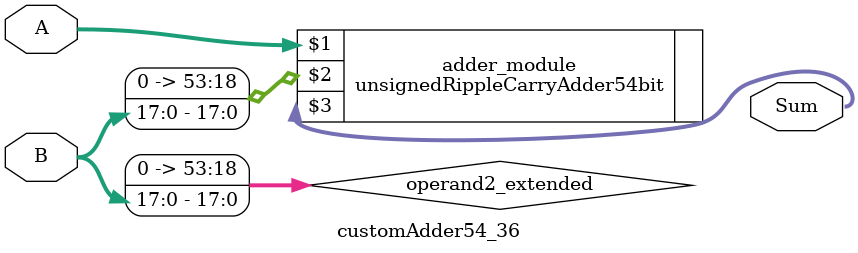
<source format=v>
module customAdder54_36(
                        input [53 : 0] A,
                        input [17 : 0] B,
                        
                        output [54 : 0] Sum
                );

        wire [53 : 0] operand2_extended;
        
        assign operand2_extended =  {36'b0, B};
        
        unsignedRippleCarryAdder54bit adder_module(
            A,
            operand2_extended,
            Sum
        );
        
        endmodule
        
</source>
